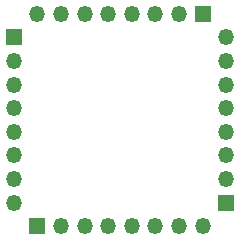
<source format=gbr>
%TF.GenerationSoftware,KiCad,Pcbnew,8.0.3-8.0.3-0~ubuntu23.10.1*%
%TF.CreationDate,2024-09-30T16:30:17-04:00*%
%TF.ProjectId,nPM1300-Stamp,6e504d31-3330-4302-9d53-74616d702e6b,rev?*%
%TF.SameCoordinates,Original*%
%TF.FileFunction,Soldermask,Bot*%
%TF.FilePolarity,Negative*%
%FSLAX46Y46*%
G04 Gerber Fmt 4.6, Leading zero omitted, Abs format (unit mm)*
G04 Created by KiCad (PCBNEW 8.0.3-8.0.3-0~ubuntu23.10.1) date 2024-09-30 16:30:17*
%MOMM*%
%LPD*%
G01*
G04 APERTURE LIST*
%ADD10R,1.350000X1.350000*%
%ADD11O,1.350000X1.350000*%
G04 APERTURE END LIST*
D10*
%TO.C,J4*%
X157000000Y-91000000D03*
D11*
X155000000Y-91000000D03*
X153000000Y-91000000D03*
X151000000Y-91000000D03*
X149000000Y-91000000D03*
X147000000Y-91000000D03*
X145000000Y-91000000D03*
X143000000Y-91000000D03*
%TD*%
D10*
%TO.C,J3*%
X159000000Y-107000000D03*
D11*
X159000000Y-105000000D03*
X159000000Y-103000000D03*
X159000000Y-101000000D03*
X159000000Y-99000000D03*
X159000000Y-97000000D03*
X159000000Y-95000000D03*
X159000000Y-93000000D03*
%TD*%
D10*
%TO.C,J1*%
X141000000Y-93000000D03*
D11*
X141000000Y-95000000D03*
X141000000Y-97000000D03*
X141000000Y-99000000D03*
X141000000Y-101000000D03*
X141000000Y-103000000D03*
X141000000Y-105000000D03*
X141000000Y-107000000D03*
%TD*%
D10*
%TO.C,J2*%
X143000000Y-109000000D03*
D11*
X145000000Y-109000000D03*
X147000000Y-109000000D03*
X149000000Y-109000000D03*
X151000000Y-109000000D03*
X153000000Y-109000000D03*
X155000000Y-109000000D03*
X157000000Y-109000000D03*
%TD*%
M02*

</source>
